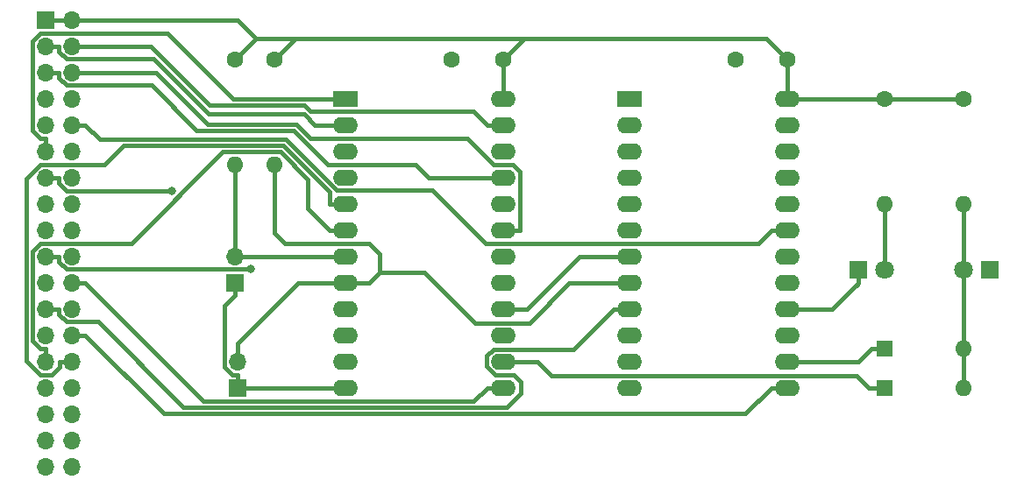
<source format=gtl>
G04 #@! TF.GenerationSoftware,KiCad,Pcbnew,(5.1.5)-3*
G04 #@! TF.CreationDate,2020-04-30T22:35:48+12:00*
G04 #@! TF.ProjectId,ALU_Tester,414c555f-5465-4737-9465-722e6b696361,rev?*
G04 #@! TF.SameCoordinates,Original*
G04 #@! TF.FileFunction,Copper,L1,Top*
G04 #@! TF.FilePolarity,Positive*
%FSLAX46Y46*%
G04 Gerber Fmt 4.6, Leading zero omitted, Abs format (unit mm)*
G04 Created by KiCad (PCBNEW (5.1.5)-3) date 2020-04-30 22:35:48*
%MOMM*%
%LPD*%
G04 APERTURE LIST*
%ADD10O,2.400000X1.600000*%
%ADD11R,2.400000X1.600000*%
%ADD12O,1.700000X1.700000*%
%ADD13R,1.700000X1.700000*%
%ADD14O,1.600000X1.600000*%
%ADD15C,1.600000*%
%ADD16C,1.800000*%
%ADD17R,1.800000X1.800000*%
%ADD18R,1.600000X1.600000*%
%ADD19C,0.800000*%
%ADD20C,0.400000*%
G04 APERTURE END LIST*
D10*
X145288000Y-82550000D03*
X130048000Y-110490000D03*
X145288000Y-85090000D03*
X130048000Y-107950000D03*
X145288000Y-87630000D03*
X130048000Y-105410000D03*
X145288000Y-90170000D03*
X130048000Y-102870000D03*
X145288000Y-92710000D03*
X130048000Y-100330000D03*
X145288000Y-95250000D03*
X130048000Y-97790000D03*
X145288000Y-97790000D03*
X130048000Y-95250000D03*
X145288000Y-100330000D03*
X130048000Y-92710000D03*
X145288000Y-102870000D03*
X130048000Y-90170000D03*
X145288000Y-105410000D03*
X130048000Y-87630000D03*
X145288000Y-107950000D03*
X130048000Y-85090000D03*
X145288000Y-110490000D03*
D11*
X130048000Y-82550000D03*
D10*
X117856000Y-82550000D03*
X102616000Y-110490000D03*
X117856000Y-85090000D03*
X102616000Y-107950000D03*
X117856000Y-87630000D03*
X102616000Y-105410000D03*
X117856000Y-90170000D03*
X102616000Y-102870000D03*
X117856000Y-92710000D03*
X102616000Y-100330000D03*
X117856000Y-95250000D03*
X102616000Y-97790000D03*
X117856000Y-97790000D03*
X102616000Y-95250000D03*
X117856000Y-100330000D03*
X102616000Y-92710000D03*
X117856000Y-102870000D03*
X102616000Y-90170000D03*
X117856000Y-105410000D03*
X102616000Y-87630000D03*
X117856000Y-107950000D03*
X102616000Y-85090000D03*
X117856000Y-110490000D03*
D11*
X102616000Y-82550000D03*
D12*
X92202000Y-107950000D03*
D13*
X92202000Y-110490000D03*
D14*
X154686000Y-92710000D03*
D15*
X154686000Y-82550000D03*
D14*
X162306000Y-92710000D03*
D15*
X162306000Y-82550000D03*
D14*
X91948000Y-88900000D03*
D15*
X91948000Y-78740000D03*
D14*
X95758000Y-88900000D03*
D15*
X95758000Y-78740000D03*
D12*
X91948000Y-97790000D03*
D13*
X91948000Y-100330000D03*
D12*
X76200000Y-118110000D03*
X73660000Y-118110000D03*
X76200000Y-115570000D03*
X73660000Y-115570000D03*
X76200000Y-113030000D03*
X73660000Y-113030000D03*
X76200000Y-110490000D03*
X73660000Y-110490000D03*
X76200000Y-107950000D03*
X73660000Y-107950000D03*
X76200000Y-105410000D03*
X73660000Y-105410000D03*
X76200000Y-102870000D03*
X73660000Y-102870000D03*
X76200000Y-100330000D03*
X73660000Y-100330000D03*
X76200000Y-97790000D03*
X73660000Y-97790000D03*
X76200000Y-95250000D03*
X73660000Y-95250000D03*
X76200000Y-92710000D03*
X73660000Y-92710000D03*
X76200000Y-90170000D03*
X73660000Y-90170000D03*
X76200000Y-87630000D03*
X73660000Y-87630000D03*
X76200000Y-85090000D03*
X73660000Y-85090000D03*
X76200000Y-82550000D03*
X73660000Y-82550000D03*
X76200000Y-80010000D03*
X73660000Y-80010000D03*
X76200000Y-77470000D03*
X73660000Y-77470000D03*
X76200000Y-74930000D03*
D13*
X73660000Y-74930000D03*
D16*
X154686000Y-99060000D03*
D17*
X152146000Y-99060000D03*
D16*
X162306000Y-99060000D03*
D17*
X164846000Y-99060000D03*
D14*
X162306000Y-110490000D03*
D18*
X154686000Y-110490000D03*
D14*
X162306000Y-106680000D03*
D18*
X154686000Y-106680000D03*
D15*
X112856000Y-78740000D03*
X117856000Y-78740000D03*
X140288000Y-78740000D03*
X145288000Y-78740000D03*
D19*
X93411700Y-99040300D03*
X85817200Y-91440000D03*
D20*
X92202000Y-110490000D02*
X92202000Y-109239700D01*
X92202000Y-109239700D02*
X91655000Y-109239700D01*
X91655000Y-109239700D02*
X90932800Y-108517500D01*
X90932800Y-108517500D02*
X90932800Y-102595500D01*
X90932800Y-102595500D02*
X91948000Y-101580300D01*
X92202000Y-110490000D02*
X102616000Y-110490000D01*
X91948000Y-100330000D02*
X91948000Y-101580300D01*
X97790000Y-76708000D02*
X95758000Y-78740000D01*
X119888000Y-76708000D02*
X97790000Y-76708000D01*
X93980000Y-76708000D02*
X92202000Y-74930000D01*
X92202000Y-74930000D02*
X76200000Y-74930000D01*
X97790000Y-76708000D02*
X93980000Y-76708000D01*
X93980000Y-76708000D02*
X91948000Y-78740000D01*
X73660000Y-74930000D02*
X76200000Y-74930000D01*
X117856000Y-78740000D02*
X117856000Y-82550000D01*
X145288000Y-78740000D02*
X143256000Y-76708000D01*
X143256000Y-76708000D02*
X119888000Y-76708000D01*
X119888000Y-76708000D02*
X117856000Y-78740000D01*
X145288000Y-82550000D02*
X145288000Y-78740000D01*
X154686000Y-82550000D02*
X162306000Y-82550000D01*
X145288000Y-82550000D02*
X154686000Y-82550000D01*
X162306000Y-106680000D02*
X162306000Y-110490000D01*
X162306000Y-99060000D02*
X162306000Y-106680000D01*
X162306000Y-92710000D02*
X162306000Y-99060000D01*
X145288000Y-107950000D02*
X152146000Y-107950000D01*
X152146000Y-107950000D02*
X153416000Y-106680000D01*
X153416000Y-106680000D02*
X154686000Y-106680000D01*
X117856000Y-107950000D02*
X121158000Y-107950000D01*
X121158000Y-107950000D02*
X122498000Y-109290000D01*
X122498000Y-109290000D02*
X151962000Y-109290000D01*
X151962000Y-109290000D02*
X153162000Y-110490000D01*
X153162000Y-110490000D02*
X154686000Y-110490000D01*
X154686000Y-92710000D02*
X154686000Y-99060000D01*
X145288000Y-102870000D02*
X149606000Y-102870000D01*
X149606000Y-102870000D02*
X151892000Y-100584000D01*
X151892000Y-100584000D02*
X151922000Y-100584000D01*
X151922000Y-100584000D02*
X152146000Y-100360000D01*
X152146000Y-100360000D02*
X152146000Y-99060000D01*
X102616000Y-92710000D02*
X101015700Y-92710000D01*
X76200000Y-107950000D02*
X74949700Y-107950000D01*
X101015700Y-92710000D02*
X101015700Y-91543700D01*
X101015700Y-91543700D02*
X96561900Y-87089900D01*
X96561900Y-87089900D02*
X81133600Y-87089900D01*
X81133600Y-87089900D02*
X79323500Y-88900000D01*
X79323500Y-88900000D02*
X73119100Y-88900000D01*
X73119100Y-88900000D02*
X71775400Y-90243700D01*
X71775400Y-90243700D02*
X71775400Y-107879700D01*
X71775400Y-107879700D02*
X73115700Y-109220000D01*
X73115700Y-109220000D02*
X74197800Y-109220000D01*
X74197800Y-109220000D02*
X74949700Y-108468100D01*
X74949700Y-108468100D02*
X74949700Y-107950000D01*
X102616000Y-95250000D02*
X101015700Y-95250000D01*
X73660000Y-107950000D02*
X73660000Y-106699700D01*
X73660000Y-106699700D02*
X73113000Y-106699700D01*
X73113000Y-106699700D02*
X72395400Y-105982100D01*
X72395400Y-105982100D02*
X72395400Y-97272000D01*
X72395400Y-97272000D02*
X73147400Y-96520000D01*
X73147400Y-96520000D02*
X81910300Y-96520000D01*
X81910300Y-96520000D02*
X90740000Y-87690300D01*
X90740000Y-87690300D02*
X96313200Y-87690300D01*
X96313200Y-87690300D02*
X98950600Y-90327700D01*
X98950600Y-90327700D02*
X98950600Y-93184900D01*
X98950600Y-93184900D02*
X101015700Y-95250000D01*
X77450300Y-105410000D02*
X85012200Y-112971900D01*
X85012200Y-112971900D02*
X141205800Y-112971900D01*
X141205800Y-112971900D02*
X143687700Y-110490000D01*
X145288000Y-110490000D02*
X143687700Y-110490000D01*
X76200000Y-105410000D02*
X77450300Y-105410000D01*
X130048000Y-102870000D02*
X128447700Y-102870000D01*
X73660000Y-102870000D02*
X74910300Y-102870000D01*
X74910300Y-102870000D02*
X74910300Y-103417100D01*
X74910300Y-103417100D02*
X75613500Y-104120300D01*
X75613500Y-104120300D02*
X78700500Y-104120300D01*
X78700500Y-104120300D02*
X86951700Y-112371500D01*
X86951700Y-112371500D02*
X118116900Y-112371500D01*
X118116900Y-112371500D02*
X119490200Y-110998200D01*
X119490200Y-110998200D02*
X119490200Y-109952100D01*
X119490200Y-109952100D02*
X118794500Y-109256400D01*
X118794500Y-109256400D02*
X117060900Y-109256400D01*
X117060900Y-109256400D02*
X116244800Y-108440300D01*
X116244800Y-108440300D02*
X116244800Y-107413500D01*
X116244800Y-107413500D02*
X116908700Y-106749600D01*
X116908700Y-106749600D02*
X124568100Y-106749600D01*
X124568100Y-106749600D02*
X128447700Y-102870000D01*
X117856000Y-110490000D02*
X116255700Y-110490000D01*
X76200000Y-100330000D02*
X77450300Y-100330000D01*
X77450300Y-100330000D02*
X88887100Y-111766800D01*
X88887100Y-111766800D02*
X114978900Y-111766800D01*
X114978900Y-111766800D02*
X116255700Y-110490000D01*
X74910300Y-97790000D02*
X74910300Y-98337100D01*
X74910300Y-98337100D02*
X75613500Y-99040300D01*
X75613500Y-99040300D02*
X93411700Y-99040300D01*
X73660000Y-97790000D02*
X74910300Y-97790000D01*
X74910300Y-90170000D02*
X74910300Y-90717000D01*
X74910300Y-90717000D02*
X75633300Y-91440000D01*
X75633300Y-91440000D02*
X85817200Y-91440000D01*
X73660000Y-90170000D02*
X74910300Y-90170000D01*
X101015700Y-82550000D02*
X91747300Y-82550000D01*
X91747300Y-82550000D02*
X85397300Y-76200000D01*
X85397300Y-76200000D02*
X73145500Y-76200000D01*
X73145500Y-76200000D02*
X72387700Y-76957800D01*
X72387700Y-76957800D02*
X72387700Y-85654400D01*
X72387700Y-85654400D02*
X73113000Y-86379700D01*
X73113000Y-86379700D02*
X73660000Y-86379700D01*
X102616000Y-82550000D02*
X101015700Y-82550000D01*
X73660000Y-87630000D02*
X73660000Y-86379700D01*
X143687700Y-95250000D02*
X142431900Y-96505800D01*
X142431900Y-96505800D02*
X116117100Y-96505800D01*
X116117100Y-96505800D02*
X110990000Y-91378700D01*
X110990000Y-91378700D02*
X101699800Y-91378700D01*
X101699800Y-91378700D02*
X96810600Y-86489500D01*
X96810600Y-86489500D02*
X78849800Y-86489500D01*
X78849800Y-86489500D02*
X77450300Y-85090000D01*
X145288000Y-95250000D02*
X143687700Y-95250000D01*
X76200000Y-85090000D02*
X77450300Y-85090000D01*
X77450300Y-80010000D02*
X84297500Y-80010000D01*
X84297500Y-80010000D02*
X89276200Y-84988700D01*
X89276200Y-84988700D02*
X97856500Y-84988700D01*
X97856500Y-84988700D02*
X99227800Y-86360000D01*
X99227800Y-86360000D02*
X114385800Y-86360000D01*
X114385800Y-86360000D02*
X116925800Y-88900000D01*
X116925800Y-88900000D02*
X118732800Y-88900000D01*
X118732800Y-88900000D02*
X119456300Y-89623500D01*
X119456300Y-89623500D02*
X119456300Y-95250000D01*
X117856000Y-95250000D02*
X119456300Y-95250000D01*
X76200000Y-80010000D02*
X77450300Y-80010000D01*
X74910300Y-80010000D02*
X74910300Y-80557100D01*
X74910300Y-80557100D02*
X75613500Y-81260300D01*
X75613500Y-81260300D02*
X83849900Y-81260300D01*
X83849900Y-81260300D02*
X88178600Y-85589000D01*
X88178600Y-85589000D02*
X97607900Y-85589000D01*
X97607900Y-85589000D02*
X100918900Y-88900000D01*
X100918900Y-88900000D02*
X109360400Y-88900000D01*
X109360400Y-88900000D02*
X110630400Y-90170000D01*
X110630400Y-90170000D02*
X117856000Y-90170000D01*
X73660000Y-80010000D02*
X74910300Y-80010000D01*
X117856000Y-85090000D02*
X116255700Y-85090000D01*
X76200000Y-77470000D02*
X83777300Y-77470000D01*
X83777300Y-77470000D02*
X89457700Y-83150400D01*
X89457700Y-83150400D02*
X98565100Y-83150400D01*
X98565100Y-83150400D02*
X99165100Y-83750400D01*
X99165100Y-83750400D02*
X114916100Y-83750400D01*
X114916100Y-83750400D02*
X116255700Y-85090000D01*
X74910300Y-77470000D02*
X74910300Y-78017100D01*
X74910300Y-78017100D02*
X75613500Y-78720300D01*
X75613500Y-78720300D02*
X84075700Y-78720300D01*
X84075700Y-78720300D02*
X89392000Y-84036600D01*
X89392000Y-84036600D02*
X98602300Y-84036600D01*
X98602300Y-84036600D02*
X99655700Y-85090000D01*
X99655700Y-85090000D02*
X101015700Y-85090000D01*
X102616000Y-85090000D02*
X101015700Y-85090000D01*
X73660000Y-77470000D02*
X74910300Y-77470000D01*
X91948000Y-97790000D02*
X102616000Y-97790000D01*
X91948000Y-88900000D02*
X91948000Y-97790000D01*
X102616000Y-100330000D02*
X104902000Y-100330000D01*
X104902000Y-100330000D02*
X105918000Y-99314000D01*
X105918000Y-99314000D02*
X110236000Y-99314000D01*
X110236000Y-99314000D02*
X115132000Y-104210000D01*
X115132000Y-104210000D02*
X120326000Y-104210000D01*
X120326000Y-104210000D02*
X124206000Y-100330000D01*
X124206000Y-100330000D02*
X130048000Y-100330000D01*
X105918000Y-99314000D02*
X105918000Y-97536000D01*
X105918000Y-97536000D02*
X104902000Y-96520000D01*
X104902000Y-96520000D02*
X96774000Y-96520000D01*
X96774000Y-96520000D02*
X95758000Y-95504000D01*
X95758000Y-95504000D02*
X95758000Y-88900000D01*
X92202000Y-107950000D02*
X92202000Y-106172000D01*
X92202000Y-106172000D02*
X98044000Y-100330000D01*
X98044000Y-100330000D02*
X102616000Y-100330000D01*
X117856000Y-102870000D02*
X120142000Y-102870000D01*
X120142000Y-102870000D02*
X125222000Y-97790000D01*
X125222000Y-97790000D02*
X130048000Y-97790000D01*
M02*

</source>
